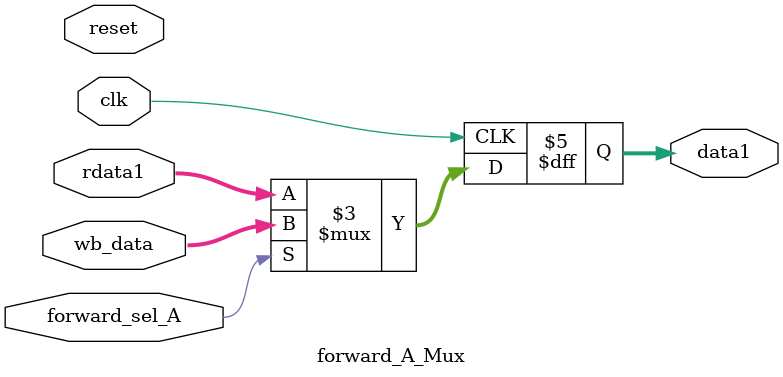
<source format=sv>
module forward_A_Mux ( wb_data, rdata1, clk, reset, forward_sel_A, data1 );
input logic [31:0] wb_data, rdata1;
input logic clk, reset, forward_sel_A;
output logic[31:0] data1;

always_ff @( posedge clk )
begin
        if (forward_sel_A)
        begin
        data1 <= wb_data;
        end

        else begin
        data1 <= rdata1;
        end
end  
endmodule
</source>
